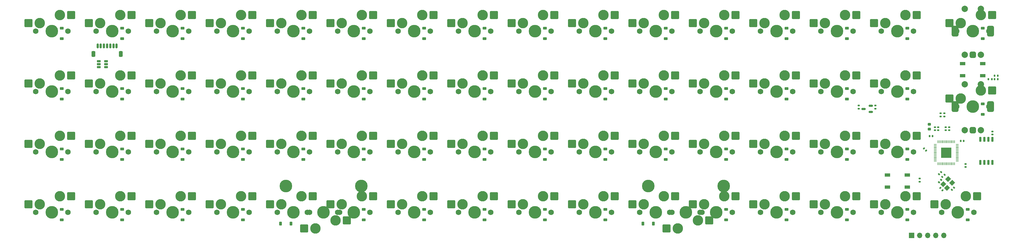
<source format=gbs>
G04 #@! TF.GenerationSoftware,KiCad,Pcbnew,8.0.2-1.fc39*
G04 #@! TF.CreationDate,2024-05-29T21:02:28-04:00*
G04 #@! TF.ProjectId,KeychronQ9OrthoIntegrated,4b657963-6872-46f6-9e51-394f7274686f,rev?*
G04 #@! TF.SameCoordinates,Original*
G04 #@! TF.FileFunction,Soldermask,Bot*
G04 #@! TF.FilePolarity,Negative*
%FSLAX46Y46*%
G04 Gerber Fmt 4.6, Leading zero omitted, Abs format (unit mm)*
G04 Created by KiCad (PCBNEW 8.0.2-1.fc39) date 2024-05-29 21:02:28*
%MOMM*%
%LPD*%
G01*
G04 APERTURE LIST*
G04 Aperture macros list*
%AMRoundRect*
0 Rectangle with rounded corners*
0 $1 Rounding radius*
0 $2 $3 $4 $5 $6 $7 $8 $9 X,Y pos of 4 corners*
0 Add a 4 corners polygon primitive as box body*
4,1,4,$2,$3,$4,$5,$6,$7,$8,$9,$2,$3,0*
0 Add four circle primitives for the rounded corners*
1,1,$1+$1,$2,$3*
1,1,$1+$1,$4,$5*
1,1,$1+$1,$6,$7*
1,1,$1+$1,$8,$9*
0 Add four rect primitives between the rounded corners*
20,1,$1+$1,$2,$3,$4,$5,0*
20,1,$1+$1,$4,$5,$6,$7,0*
20,1,$1+$1,$6,$7,$8,$9,0*
20,1,$1+$1,$8,$9,$2,$3,0*%
%AMRotRect*
0 Rectangle, with rotation*
0 The origin of the aperture is its center*
0 $1 length*
0 $2 width*
0 $3 Rotation angle, in degrees counterclockwise*
0 Add horizontal line*
21,1,$1,$2,0,0,$3*%
G04 Aperture macros list end*
%ADD10C,2.000000*%
%ADD11RoundRect,0.550000X0.550000X-1.150000X0.550000X1.150000X-0.550000X1.150000X-0.550000X-1.150000X0*%
%ADD12RoundRect,0.500000X0.500000X-0.500000X0.500000X0.500000X-0.500000X0.500000X-0.500000X-0.500000X0*%
%ADD13RoundRect,0.140000X0.170000X-0.140000X0.170000X0.140000X-0.170000X0.140000X-0.170000X-0.140000X0*%
%ADD14C,1.750000*%
%ADD15C,3.987800*%
%ADD16C,3.300000*%
%ADD17RoundRect,0.250000X1.025000X1.000000X-1.025000X1.000000X-1.025000X-1.000000X1.025000X-1.000000X0*%
%ADD18RoundRect,0.225000X0.375000X-0.225000X0.375000X0.225000X-0.375000X0.225000X-0.375000X-0.225000X0*%
%ADD19RoundRect,0.150000X0.475000X0.150000X-0.475000X0.150000X-0.475000X-0.150000X0.475000X-0.150000X0*%
%ADD20RoundRect,0.225000X-0.225000X-0.375000X0.225000X-0.375000X0.225000X0.375000X-0.225000X0.375000X0*%
%ADD21RoundRect,0.135000X-0.135000X-0.185000X0.135000X-0.185000X0.135000X0.185000X-0.135000X0.185000X0*%
%ADD22RoundRect,0.135000X-0.185000X0.135000X-0.185000X-0.135000X0.185000X-0.135000X0.185000X0.135000X0*%
%ADD23RoundRect,0.140000X0.021213X-0.219203X0.219203X-0.021213X-0.021213X0.219203X-0.219203X0.021213X0*%
%ADD24RoundRect,0.140000X-0.140000X-0.170000X0.140000X-0.170000X0.140000X0.170000X-0.140000X0.170000X0*%
%ADD25RoundRect,0.140000X-0.170000X0.140000X-0.170000X-0.140000X0.170000X-0.140000X0.170000X0.140000X0*%
%ADD26R,1.700000X1.000000*%
%ADD27RoundRect,0.050000X0.387500X0.050000X-0.387500X0.050000X-0.387500X-0.050000X0.387500X-0.050000X0*%
%ADD28RoundRect,0.050000X0.050000X0.387500X-0.050000X0.387500X-0.050000X-0.387500X0.050000X-0.387500X0*%
%ADD29R,3.200000X3.200000*%
%ADD30RoundRect,0.150000X0.512500X0.150000X-0.512500X0.150000X-0.512500X-0.150000X0.512500X-0.150000X0*%
%ADD31RoundRect,0.150000X-0.150000X-0.625000X0.150000X-0.625000X0.150000X0.625000X-0.150000X0.625000X0*%
%ADD32RoundRect,0.250000X-0.350000X-0.650000X0.350000X-0.650000X0.350000X0.650000X-0.350000X0.650000X0*%
%ADD33RoundRect,0.140000X-0.021213X0.219203X-0.219203X0.021213X0.021213X-0.219203X0.219203X-0.021213X0*%
%ADD34RoundRect,0.250000X-1.025000X-1.000000X1.025000X-1.000000X1.025000X1.000000X-1.025000X1.000000X0*%
%ADD35RoundRect,0.225000X-0.250000X0.225000X-0.250000X-0.225000X0.250000X-0.225000X0.250000X0.225000X0*%
%ADD36RotRect,1.400000X1.200000X45.000000*%
%ADD37RoundRect,0.150000X0.150000X-0.650000X0.150000X0.650000X-0.150000X0.650000X-0.150000X-0.650000X0*%
%ADD38RoundRect,0.140000X0.219203X0.021213X0.021213X0.219203X-0.219203X-0.021213X-0.021213X-0.219203X0*%
%ADD39R,1.700000X1.700000*%
%ADD40O,1.700000X1.700000*%
%ADD41RoundRect,0.140000X0.140000X0.170000X-0.140000X0.170000X-0.140000X-0.170000X0.140000X-0.170000X0*%
%ADD42RoundRect,0.135000X0.035355X-0.226274X0.226274X-0.035355X-0.035355X0.226274X-0.226274X0.035355X0*%
G04 APERTURE END LIST*
D10*
G04 #@! TO.C,SW2*
X313412501Y-42212500D03*
X318412499Y-42212500D03*
D11*
X321512500Y-49212500D03*
X310312500Y-49212500D03*
D12*
X315912500Y-56712500D03*
D10*
X318412500Y-56712500D03*
X313412500Y-56712500D03*
G04 #@! TD*
G04 #@! TO.C,SW1*
X313412501Y-18400000D03*
X318412499Y-18400000D03*
D11*
X321512500Y-25400000D03*
X310312500Y-25400000D03*
D12*
X315912500Y-32900000D03*
D10*
X318412500Y-32900000D03*
X313412500Y-32900000D03*
G04 #@! TD*
D13*
G04 #@! TO.C,C2*
X285154448Y-49884600D03*
X285154448Y-48924600D03*
G04 #@! TD*
D14*
G04 #@! TO.C,MX54*
X125730000Y-82550000D03*
D15*
X120650000Y-82550000D03*
D14*
X115570000Y-82550000D03*
D16*
X116840000Y-80010000D03*
D17*
X113290000Y-80010000D03*
X126740000Y-77470000D03*
D16*
X123190000Y-77470000D03*
G04 #@! TD*
D14*
G04 #@! TO.C,MX9*
X182880000Y-25400000D03*
D15*
X177800000Y-25400000D03*
D14*
X172720000Y-25400000D03*
D16*
X173990000Y-22860000D03*
D17*
X170440000Y-22860000D03*
X183890000Y-20320000D03*
D16*
X180340000Y-20320000D03*
G04 #@! TD*
D18*
G04 #@! TO.C,D6*
X123825000Y-27843750D03*
X123825000Y-24543750D03*
G04 #@! TD*
G04 #@! TO.C,D56*
X161925000Y-84993750D03*
X161925000Y-81693750D03*
G04 #@! TD*
D14*
G04 #@! TO.C,MX37*
X106680000Y-63500000D03*
D15*
X101600000Y-63500000D03*
D14*
X96520000Y-63500000D03*
D16*
X97790000Y-60960000D03*
D17*
X94240000Y-60960000D03*
X107690000Y-58420000D03*
D16*
X104140000Y-58420000D03*
G04 #@! TD*
D19*
G04 #@! TO.C,U2*
X42549184Y-34917548D03*
X42549183Y-35867548D03*
X42549184Y-36817548D03*
X40199184Y-36817548D03*
X40199185Y-35867548D03*
X40199184Y-34917548D03*
G04 #@! TD*
D18*
G04 #@! TO.C,D43*
X219075000Y-65943750D03*
X219075000Y-62643750D03*
G04 #@! TD*
D14*
G04 #@! TO.C,MX20*
X87630000Y-44450000D03*
D15*
X82550000Y-44450000D03*
D14*
X77470000Y-44450000D03*
D16*
X78740000Y-41910000D03*
D17*
X75190000Y-41910000D03*
X88640000Y-39370000D03*
D16*
X85090000Y-39370000D03*
G04 #@! TD*
D18*
G04 #@! TO.C,D1*
X28575000Y-27843750D03*
X28575000Y-24543750D03*
G04 #@! TD*
G04 #@! TO.C,D3*
X66675000Y-27843750D03*
X66675000Y-24543750D03*
G04 #@! TD*
G04 #@! TO.C,D17*
X28575000Y-46893750D03*
X28575000Y-43593750D03*
G04 #@! TD*
G04 #@! TO.C,D11*
X219075000Y-27843750D03*
X219075000Y-24543750D03*
G04 #@! TD*
G04 #@! TO.C,D45*
X257175000Y-65943750D03*
X257175000Y-62643750D03*
G04 #@! TD*
D14*
G04 #@! TO.C,MX49*
X49530000Y-82550000D03*
D15*
X44450000Y-82550000D03*
D14*
X39370000Y-82550000D03*
D16*
X40640000Y-80010000D03*
D17*
X37090000Y-80010000D03*
X50540000Y-77470000D03*
D16*
X46990000Y-77470000D03*
G04 #@! TD*
D18*
G04 #@! TO.C,D64*
X295275000Y-84993750D03*
X295275000Y-81693750D03*
G04 #@! TD*
D14*
G04 #@! TO.C,MX36*
X87630000Y-63500000D03*
D15*
X82550000Y-63500000D03*
D14*
X77470000Y-63500000D03*
D16*
X78740000Y-60960000D03*
D17*
X75190000Y-60960000D03*
X88640000Y-58420000D03*
D16*
X85090000Y-58420000D03*
G04 #@! TD*
D18*
G04 #@! TO.C,D65*
X314325000Y-84993750D03*
X314325000Y-81693750D03*
G04 #@! TD*
D13*
G04 #@! TO.C,C1*
X279945468Y-49884600D03*
X279945468Y-48924600D03*
G04 #@! TD*
D14*
G04 #@! TO.C,MX16*
X320992500Y-25400000D03*
D15*
X315912500Y-25400000D03*
D14*
X310832500Y-25400000D03*
D16*
X312102500Y-22860000D03*
D17*
X308552500Y-22860000D03*
X322002500Y-20320000D03*
D16*
X318452500Y-20320000D03*
G04 #@! TD*
D18*
G04 #@! TO.C,D27*
X219075000Y-46893750D03*
X219075000Y-43593750D03*
G04 #@! TD*
D20*
G04 #@! TO.C,D59*
X211868750Y-86121875D03*
X215168750Y-86121875D03*
G04 #@! TD*
D14*
G04 #@! TO.C,MX5*
X106680000Y-25400000D03*
D15*
X101600000Y-25400000D03*
D14*
X96520000Y-25400000D03*
D16*
X97790000Y-22860000D03*
D17*
X94240000Y-22860000D03*
X107690000Y-20320000D03*
D16*
X104140000Y-20320000D03*
G04 #@! TD*
D21*
G04 #@! TO.C,R4*
X322800277Y-40574184D03*
X323820275Y-40574184D03*
G04 #@! TD*
D14*
G04 #@! TO.C,MX35*
X68580000Y-63500000D03*
D15*
X63500000Y-63500000D03*
D14*
X58420000Y-63500000D03*
D16*
X59690000Y-60960000D03*
D17*
X56140000Y-60960000D03*
X69590000Y-58420000D03*
D16*
X66040000Y-58420000D03*
G04 #@! TD*
D18*
G04 #@! TO.C,D44*
X238125000Y-65943750D03*
X238125000Y-62643750D03*
G04 #@! TD*
G04 #@! TO.C,D51*
X85725000Y-84993750D03*
X85725000Y-81693750D03*
G04 #@! TD*
G04 #@! TO.C,D22*
X123825000Y-46893750D03*
X123825000Y-43593750D03*
G04 #@! TD*
D14*
G04 #@! TO.C,MX59*
X220980000Y-82550000D03*
D15*
X215900000Y-82550000D03*
D14*
X210820000Y-82550000D03*
D16*
X212090000Y-80010000D03*
D17*
X208540000Y-80010000D03*
X221990000Y-77470000D03*
D16*
X218440000Y-77470000D03*
G04 #@! TD*
D14*
G04 #@! TO.C,MX30*
X278130000Y-44450000D03*
D15*
X273050000Y-44450000D03*
D14*
X267970000Y-44450000D03*
D16*
X269240000Y-41910000D03*
D17*
X265690000Y-41910000D03*
X279140000Y-39370000D03*
D16*
X275590000Y-39370000D03*
G04 #@! TD*
D14*
G04 #@! TO.C,MX44*
X240030000Y-63500000D03*
D15*
X234950000Y-63500000D03*
D14*
X229870000Y-63500000D03*
D16*
X231140000Y-60960000D03*
D17*
X227590000Y-60960000D03*
X241040000Y-58420000D03*
D16*
X237490000Y-58420000D03*
G04 #@! TD*
D22*
G04 #@! TO.C,R8*
X305748572Y-51375113D03*
X305748572Y-52395111D03*
G04 #@! TD*
D18*
G04 #@! TO.C,D13*
X257175000Y-27843750D03*
X257175000Y-24543750D03*
G04 #@! TD*
D14*
G04 #@! TO.C,MX50*
X68580000Y-82550000D03*
D15*
X63500000Y-82550000D03*
D14*
X58420000Y-82550000D03*
D16*
X59690000Y-80010000D03*
D17*
X56140000Y-80010000D03*
X69590000Y-77470000D03*
D16*
X66040000Y-77470000D03*
G04 #@! TD*
D18*
G04 #@! TO.C,D15*
X295275000Y-27843750D03*
X295275000Y-24543750D03*
G04 #@! TD*
D23*
G04 #@! TO.C,C10*
X309278689Y-75453148D03*
X309957511Y-74774326D03*
G04 #@! TD*
D14*
G04 #@! TO.C,MX56*
X163830000Y-82550000D03*
D15*
X158750000Y-82550000D03*
D14*
X153670000Y-82550000D03*
D16*
X154940000Y-80010000D03*
D17*
X151390000Y-80010000D03*
X164840000Y-77470000D03*
D16*
X161290000Y-77470000D03*
G04 #@! TD*
D18*
G04 #@! TO.C,D31*
X295275000Y-46893750D03*
X295275000Y-43593750D03*
G04 #@! TD*
G04 #@! TO.C,D41*
X180975000Y-65943750D03*
X180975000Y-62643750D03*
G04 #@! TD*
D14*
G04 #@! TO.C,MX47*
X297180000Y-63500000D03*
D15*
X292100000Y-63500000D03*
D14*
X287020000Y-63500000D03*
D16*
X288290000Y-60960000D03*
D17*
X284740000Y-60960000D03*
X298190000Y-58420000D03*
D16*
X294640000Y-58420000D03*
G04 #@! TD*
D22*
G04 #@! TO.C,R7*
X306939196Y-51375113D03*
X306939196Y-52395111D03*
G04 #@! TD*
D18*
G04 #@! TO.C,D62*
X257175000Y-84993750D03*
X257175000Y-81693750D03*
G04 #@! TD*
D24*
G04 #@! TO.C,C7*
X312114660Y-60070652D03*
X313074660Y-60070652D03*
G04 #@! TD*
D18*
G04 #@! TO.C,D29*
X257175000Y-46893750D03*
X257175000Y-43593750D03*
G04 #@! TD*
D14*
G04 #@! TO.C,MX42*
X201930000Y-63500000D03*
D15*
X196850000Y-63500000D03*
D14*
X191770000Y-63500000D03*
D16*
X193040000Y-60960000D03*
D17*
X189490000Y-60960000D03*
X202940000Y-58420000D03*
D16*
X199390000Y-58420000D03*
G04 #@! TD*
D14*
G04 #@! TO.C,MX1*
X30480000Y-25400000D03*
D15*
X25400000Y-25400000D03*
D14*
X20320000Y-25400000D03*
D16*
X21590000Y-22860000D03*
D17*
X18040000Y-22860000D03*
X31490000Y-20320000D03*
D16*
X27940000Y-20320000D03*
G04 #@! TD*
D18*
G04 #@! TO.C,D19*
X66675000Y-46893750D03*
X66675000Y-43593750D03*
G04 #@! TD*
D14*
G04 #@! TO.C,MX65*
X316230000Y-82550000D03*
D15*
X311150000Y-82550000D03*
D14*
X306070000Y-82550000D03*
D16*
X307340000Y-80010000D03*
D17*
X303790000Y-80010000D03*
X317240000Y-77470000D03*
D16*
X313690000Y-77470000D03*
G04 #@! TD*
D14*
G04 #@! TO.C,MX40*
X163830000Y-63500000D03*
D15*
X158750000Y-63500000D03*
D14*
X153670000Y-63500000D03*
D16*
X154940000Y-60960000D03*
D17*
X151390000Y-60960000D03*
X164840000Y-58420000D03*
D16*
X161290000Y-58420000D03*
G04 #@! TD*
D18*
G04 #@! TO.C,D30*
X276225000Y-46893750D03*
X276225000Y-43593750D03*
G04 #@! TD*
D25*
G04 #@! TO.C,C8*
X313636456Y-67329708D03*
X313636456Y-68289708D03*
G04 #@! TD*
D18*
G04 #@! TO.C,D12*
X238125000Y-27843750D03*
X238125000Y-24543750D03*
G04 #@! TD*
D13*
G04 #@! TO.C,C3*
X305004432Y-56681124D03*
X305004432Y-55721124D03*
G04 #@! TD*
D18*
G04 #@! TO.C,D7*
X142875000Y-27843750D03*
X142875000Y-24543750D03*
G04 #@! TD*
D14*
G04 #@! TO.C,MX28*
X240030000Y-44450000D03*
D15*
X234950000Y-44450000D03*
D14*
X229870000Y-44450000D03*
D16*
X231140000Y-41910000D03*
D17*
X227590000Y-41910000D03*
X241040000Y-39370000D03*
D16*
X237490000Y-39370000D03*
G04 #@! TD*
D18*
G04 #@! TO.C,D55*
X142875000Y-84993750D03*
X142875000Y-81693750D03*
G04 #@! TD*
G04 #@! TO.C,D38*
X123825000Y-65943750D03*
X123825000Y-62643750D03*
G04 #@! TD*
D14*
G04 #@! TO.C,MX63*
X278130000Y-82550000D03*
D15*
X273050000Y-82550000D03*
D14*
X267970000Y-82550000D03*
D16*
X269240000Y-80010000D03*
D17*
X265690000Y-80010000D03*
X279140000Y-77470000D03*
D16*
X275590000Y-77470000D03*
G04 #@! TD*
D18*
G04 #@! TO.C,D23*
X142875000Y-46893750D03*
X142875000Y-43593750D03*
G04 #@! TD*
G04 #@! TO.C,D18*
X47625000Y-46893750D03*
X47625000Y-43593750D03*
G04 #@! TD*
D21*
G04 #@! TO.C,R6*
X322800277Y-39532388D03*
X323820275Y-39532388D03*
G04 #@! TD*
D14*
G04 #@! TO.C,MX19*
X68580000Y-44450000D03*
D15*
X63500000Y-44450000D03*
D14*
X58420000Y-44450000D03*
D16*
X59690000Y-41910000D03*
D17*
X56140000Y-41910000D03*
X69590000Y-39370000D03*
D16*
X66040000Y-39370000D03*
G04 #@! TD*
D26*
G04 #@! TO.C,RST1*
X295250000Y-70821032D03*
X288950000Y-70821032D03*
X295250000Y-74621032D03*
X288950000Y-74621032D03*
G04 #@! TD*
D14*
G04 #@! TO.C,MX51*
X87630000Y-82550000D03*
D15*
X82550000Y-82550000D03*
D14*
X77470000Y-82550000D03*
D16*
X78740000Y-80010000D03*
D17*
X75190000Y-80010000D03*
X88640000Y-77470000D03*
D16*
X85090000Y-77470000D03*
G04 #@! TD*
D27*
G04 #@! TO.C,U3*
X310972008Y-61191352D03*
X310972008Y-61591353D03*
X310972008Y-61991352D03*
X310972008Y-62391352D03*
X310972008Y-62791352D03*
X310972008Y-63191351D03*
X310972008Y-63591352D03*
X310972008Y-63991352D03*
X310972008Y-64391353D03*
X310972008Y-64791352D03*
X310972008Y-65191352D03*
X310972008Y-65591352D03*
X310972008Y-65991351D03*
X310972008Y-66391352D03*
D28*
X310134508Y-67228852D03*
X309734507Y-67228852D03*
X309334508Y-67228852D03*
X308934508Y-67228852D03*
X308534508Y-67228852D03*
X308134509Y-67228852D03*
X307734508Y-67228852D03*
X307334508Y-67228852D03*
X306934507Y-67228852D03*
X306534508Y-67228852D03*
X306134508Y-67228852D03*
X305734508Y-67228852D03*
X305334509Y-67228852D03*
X304934508Y-67228852D03*
D27*
X304097008Y-66391352D03*
X304097008Y-65991351D03*
X304097008Y-65591352D03*
X304097008Y-65191352D03*
X304097008Y-64791352D03*
X304097008Y-64391353D03*
X304097008Y-63991352D03*
X304097008Y-63591352D03*
X304097008Y-63191351D03*
X304097008Y-62791352D03*
X304097008Y-62391352D03*
X304097008Y-61991352D03*
X304097008Y-61591353D03*
X304097008Y-61191352D03*
D28*
X304934508Y-60353852D03*
X305334509Y-60353852D03*
X305734508Y-60353852D03*
X306134508Y-60353852D03*
X306534508Y-60353852D03*
X306934507Y-60353852D03*
X307334508Y-60353852D03*
X307734508Y-60353852D03*
X308134509Y-60353852D03*
X308534508Y-60353852D03*
X308934508Y-60353852D03*
X309334508Y-60353852D03*
X309734507Y-60353852D03*
X310134508Y-60353852D03*
D29*
X307534508Y-63791352D03*
G04 #@! TD*
D18*
G04 #@! TO.C,D21*
X104775000Y-46893750D03*
X104775000Y-43593750D03*
G04 #@! TD*
G04 #@! TO.C,D49*
X47625000Y-84993750D03*
X47625000Y-81693750D03*
G04 #@! TD*
D15*
G04 #@! TO.C,S2*
X213518750Y-74295000D03*
X237331250Y-74295000D03*
G04 #@! TD*
D30*
G04 #@! TO.C,U1*
X283712500Y-49000349D03*
X283712500Y-50900347D03*
X281437500Y-49950348D03*
G04 #@! TD*
D20*
G04 #@! TO.C,D52*
X97568750Y-86121875D03*
X100868750Y-86121875D03*
G04 #@! TD*
D14*
G04 #@! TO.C,MX31*
X297180000Y-44450000D03*
D15*
X292100000Y-44450000D03*
D14*
X287020000Y-44450000D03*
D16*
X288290000Y-41910000D03*
D17*
X284740000Y-41910000D03*
X298190000Y-39370000D03*
D16*
X294640000Y-39370000D03*
G04 #@! TD*
D18*
G04 #@! TO.C,D4*
X85725000Y-27843750D03*
X85725000Y-24543750D03*
G04 #@! TD*
D14*
G04 #@! TO.C,MX10*
X201930000Y-25400000D03*
D15*
X196850000Y-25400000D03*
D14*
X191770000Y-25400000D03*
D16*
X193040000Y-22860000D03*
D17*
X189490000Y-22860000D03*
X202940000Y-20320000D03*
D16*
X199390000Y-20320000D03*
G04 #@! TD*
D18*
G04 #@! TO.C,D50*
X66675000Y-84993750D03*
X66675000Y-81693750D03*
G04 #@! TD*
D14*
G04 #@! TO.C,MX12*
X240030000Y-25400000D03*
D15*
X234950000Y-25400000D03*
D14*
X229870000Y-25400000D03*
D16*
X231140000Y-22860000D03*
D17*
X227590000Y-22860000D03*
X241040000Y-20320000D03*
D16*
X237490000Y-20320000D03*
G04 #@! TD*
D14*
G04 #@! TO.C,MX23*
X144780000Y-44450000D03*
D15*
X139700000Y-44450000D03*
D14*
X134620000Y-44450000D03*
D16*
X135890000Y-41910000D03*
D17*
X132340000Y-41910000D03*
X145790000Y-39370000D03*
D16*
X142240000Y-39370000D03*
G04 #@! TD*
D14*
G04 #@! TO.C,MX17*
X30480000Y-44450000D03*
D15*
X25400000Y-44450000D03*
D14*
X20320000Y-44450000D03*
D16*
X21590000Y-41910000D03*
D17*
X18040000Y-41910000D03*
X31490000Y-39370000D03*
D16*
X27940000Y-39370000D03*
G04 #@! TD*
D31*
G04 #@! TO.C,J1*
X39862464Y-30077708D03*
X40862464Y-30077708D03*
X41862464Y-30077708D03*
X42862464Y-30077709D03*
X43862464Y-30077708D03*
X44862464Y-30077708D03*
X45862464Y-30077708D03*
D32*
X38562464Y-32602708D03*
X47162464Y-32602708D03*
G04 #@! TD*
D14*
G04 #@! TO.C,MX24*
X163830000Y-44450000D03*
D15*
X158750000Y-44450000D03*
D14*
X153670000Y-44450000D03*
D16*
X154940000Y-41910000D03*
D17*
X151390000Y-41910000D03*
X164840000Y-39370000D03*
D16*
X161290000Y-39370000D03*
G04 #@! TD*
D18*
G04 #@! TO.C,D61*
X238125000Y-84993750D03*
X238125000Y-81693750D03*
G04 #@! TD*
G04 #@! TO.C,D35*
X66675000Y-65943750D03*
X66675000Y-62643750D03*
G04 #@! TD*
D33*
G04 #@! TO.C,C13*
X306302129Y-71434792D03*
X306980951Y-70755970D03*
G04 #@! TD*
D18*
G04 #@! TO.C,D32*
X319087500Y-51656250D03*
X319087500Y-48356250D03*
G04 #@! TD*
D14*
G04 #@! TO.C,MX27*
X220980000Y-44450000D03*
D15*
X215900000Y-44450000D03*
D14*
X210820000Y-44450000D03*
D16*
X212090000Y-41910000D03*
D17*
X208540000Y-41910000D03*
X221990000Y-39370000D03*
D16*
X218440000Y-39370000D03*
G04 #@! TD*
D14*
G04 #@! TO.C,MX26*
X201930000Y-44450000D03*
D15*
X196850000Y-44450000D03*
D14*
X191770000Y-44450000D03*
D16*
X193040000Y-41910000D03*
D17*
X189490000Y-41910000D03*
X202940000Y-39370000D03*
D16*
X199390000Y-39370000D03*
G04 #@! TD*
D18*
G04 #@! TO.C,D48*
X28575000Y-84993750D03*
X28575000Y-81693750D03*
G04 #@! TD*
G04 #@! TO.C,D26*
X200025000Y-46893750D03*
X200025000Y-43593750D03*
G04 #@! TD*
D14*
G04 #@! TO.C,MX13*
X259080000Y-25400000D03*
D15*
X254000000Y-25400000D03*
D14*
X248920000Y-25400000D03*
D16*
X250190000Y-22860000D03*
D17*
X246640000Y-22860000D03*
X260090000Y-20320000D03*
D16*
X256540000Y-20320000D03*
G04 #@! TD*
D14*
G04 #@! TO.C,MX53*
X106045000Y-82550000D03*
D15*
X111125000Y-82550000D03*
D14*
X116205000Y-82550000D03*
D16*
X114935000Y-85090000D03*
D34*
X118485000Y-85090000D03*
X105035000Y-87630000D03*
D16*
X108585000Y-87630000D03*
G04 #@! TD*
D35*
G04 #@! TO.C,C5*
X302176700Y-54830812D03*
X302176700Y-56380812D03*
G04 #@! TD*
D18*
G04 #@! TO.C,D39*
X142875000Y-65943750D03*
X142875000Y-62643750D03*
G04 #@! TD*
D36*
G04 #@! TO.C,Y1*
X307804215Y-74855487D03*
X309359850Y-73299852D03*
X308157769Y-72097771D03*
X306602134Y-73653406D03*
G04 #@! TD*
D14*
G04 #@! TO.C,MX62*
X259080000Y-82550000D03*
D15*
X254000000Y-82550000D03*
D14*
X248920000Y-82550000D03*
D16*
X250190000Y-80010000D03*
D17*
X246640000Y-80010000D03*
X260090000Y-77470000D03*
D16*
X256540000Y-77470000D03*
G04 #@! TD*
D13*
G04 #@! TO.C,C16*
X308427476Y-56681124D03*
X308427476Y-55721124D03*
G04 #@! TD*
D14*
G04 #@! TO.C,MX4*
X87630000Y-25400000D03*
D15*
X82550000Y-25400000D03*
D14*
X77470000Y-25400000D03*
D16*
X78740000Y-22860000D03*
D17*
X75190000Y-22860000D03*
X88640000Y-20320000D03*
D16*
X85090000Y-20320000D03*
G04 #@! TD*
D14*
G04 #@! TO.C,MX43*
X220980000Y-63500000D03*
D15*
X215900000Y-63500000D03*
D14*
X210820000Y-63500000D03*
D16*
X212090000Y-60960000D03*
D17*
X208540000Y-60960000D03*
X221990000Y-58420000D03*
D16*
X218440000Y-58420000D03*
G04 #@! TD*
D14*
G04 #@! TO.C,MX52*
X106680000Y-82550000D03*
D15*
X101600000Y-82550000D03*
D14*
X96520000Y-82550000D03*
D16*
X97790000Y-80010000D03*
D17*
X94240000Y-80010000D03*
X107690000Y-77470000D03*
D16*
X104140000Y-77470000D03*
G04 #@! TD*
D14*
G04 #@! TO.C,MX41*
X182880000Y-63500000D03*
D15*
X177800000Y-63500000D03*
D14*
X172720000Y-63500000D03*
D16*
X173990000Y-60960000D03*
D17*
X170440000Y-60960000D03*
X183890000Y-58420000D03*
D16*
X180340000Y-58420000D03*
G04 #@! TD*
D18*
G04 #@! TO.C,D9*
X180975000Y-27843750D03*
X180975000Y-24543750D03*
G04 #@! TD*
D14*
G04 #@! TO.C,MX15*
X297180000Y-25400000D03*
D15*
X292100000Y-25400000D03*
D14*
X287020000Y-25400000D03*
D16*
X288290000Y-22860000D03*
D17*
X284740000Y-22860000D03*
X298190000Y-20320000D03*
D16*
X294640000Y-20320000D03*
G04 #@! TD*
D13*
G04 #@! TO.C,C11*
X322119652Y-57060576D03*
X322119652Y-58020576D03*
G04 #@! TD*
D14*
G04 #@! TO.C,MX57*
X182880000Y-82550000D03*
D15*
X177800000Y-82550000D03*
D14*
X172720000Y-82550000D03*
D16*
X173990000Y-80010000D03*
D17*
X170440000Y-80010000D03*
X183890000Y-77470000D03*
D16*
X180340000Y-77470000D03*
G04 #@! TD*
D18*
G04 #@! TO.C,D58*
X200025000Y-84993750D03*
X200025000Y-81693750D03*
G04 #@! TD*
D14*
G04 #@! TO.C,MX38*
X125730000Y-63500000D03*
D15*
X120650000Y-63500000D03*
D14*
X115570000Y-63500000D03*
D16*
X116840000Y-60960000D03*
D17*
X113290000Y-60960000D03*
X126740000Y-58420000D03*
D16*
X123190000Y-58420000D03*
G04 #@! TD*
D18*
G04 #@! TO.C,D37*
X104775000Y-65943750D03*
X104775000Y-62643750D03*
G04 #@! TD*
G04 #@! TO.C,D40*
X161925000Y-65943750D03*
X161925000Y-62643750D03*
G04 #@! TD*
D14*
G04 #@! TO.C,MX14*
X278130000Y-25400000D03*
D15*
X273050000Y-25400000D03*
D14*
X267970000Y-25400000D03*
D16*
X269240000Y-22860000D03*
D17*
X265690000Y-22860000D03*
X279140000Y-20320000D03*
D16*
X275590000Y-20320000D03*
G04 #@! TD*
D21*
G04 #@! TO.C,R3*
X320865513Y-40574184D03*
X321885511Y-40574184D03*
G04 #@! TD*
D14*
G04 #@! TO.C,MX11*
X220980000Y-25400000D03*
D15*
X215900000Y-25400000D03*
D14*
X210820000Y-25400000D03*
D16*
X212090000Y-22860000D03*
D17*
X208540000Y-22860000D03*
X221990000Y-20320000D03*
D16*
X218440000Y-20320000D03*
G04 #@! TD*
D37*
G04 #@! TO.C,U4*
X322089888Y-59596040D03*
X320819888Y-59596040D03*
X319549888Y-59596040D03*
X318279888Y-59596040D03*
X318279888Y-66796040D03*
X319549888Y-66796040D03*
X320819888Y-66796040D03*
X322089888Y-66796040D03*
G04 #@! TD*
D14*
G04 #@! TO.C,MX48*
X30480000Y-82550000D03*
D15*
X25400000Y-82550000D03*
D14*
X20320000Y-82550000D03*
D16*
X21590000Y-80010000D03*
D17*
X18040000Y-80010000D03*
X31490000Y-77470000D03*
D16*
X27940000Y-77470000D03*
G04 #@! TD*
D18*
G04 #@! TO.C,D42*
X200025000Y-65943750D03*
X200025000Y-62643750D03*
G04 #@! TD*
G04 #@! TO.C,D14*
X276225000Y-27843750D03*
X276225000Y-24543750D03*
G04 #@! TD*
D14*
G04 #@! TO.C,MX21*
X106680000Y-44450000D03*
D15*
X101600000Y-44450000D03*
D14*
X96520000Y-44450000D03*
D16*
X97790000Y-41910000D03*
D17*
X94240000Y-41910000D03*
X107690000Y-39370000D03*
D16*
X104140000Y-39370000D03*
G04 #@! TD*
D14*
G04 #@! TO.C,MX25*
X182880000Y-44450000D03*
D15*
X177800000Y-44450000D03*
D14*
X172720000Y-44450000D03*
D16*
X173990000Y-41910000D03*
D17*
X170440000Y-41910000D03*
X183890000Y-39370000D03*
D16*
X180340000Y-39370000D03*
G04 #@! TD*
D18*
G04 #@! TO.C,D28*
X238125000Y-46893750D03*
X238125000Y-43593750D03*
G04 #@! TD*
G04 #@! TO.C,D10*
X200025000Y-27843750D03*
X200025000Y-24543750D03*
G04 #@! TD*
D14*
G04 #@! TO.C,MX32*
X320992500Y-49212500D03*
D15*
X315912500Y-49212500D03*
D14*
X310832500Y-49212500D03*
D16*
X312102500Y-46672500D03*
D17*
X308552500Y-46672500D03*
X322002500Y-44132500D03*
D16*
X318452500Y-44132500D03*
G04 #@! TD*
D38*
G04 #@! TO.C,C12*
X306385639Y-75601976D03*
X305706817Y-74923154D03*
G04 #@! TD*
D14*
G04 #@! TO.C,MX22*
X125730000Y-44450000D03*
D15*
X120650000Y-44450000D03*
D14*
X115570000Y-44450000D03*
D16*
X116840000Y-41910000D03*
D17*
X113290000Y-41910000D03*
X126740000Y-39370000D03*
D16*
X123190000Y-39370000D03*
G04 #@! TD*
D18*
G04 #@! TO.C,D54*
X123825000Y-84993750D03*
X123825000Y-81693750D03*
G04 #@! TD*
G04 #@! TO.C,D16*
X319087500Y-27843750D03*
X319087500Y-24543750D03*
G04 #@! TD*
D14*
G04 #@! TO.C,MX46*
X278130000Y-63500000D03*
D15*
X273050000Y-63500000D03*
D14*
X267970000Y-63500000D03*
D16*
X269240000Y-60960000D03*
D17*
X265690000Y-60960000D03*
X279140000Y-58420000D03*
D16*
X275590000Y-58420000D03*
G04 #@! TD*
D18*
G04 #@! TO.C,D36*
X85725000Y-65943750D03*
X85725000Y-62643750D03*
G04 #@! TD*
G04 #@! TO.C,D33*
X28575000Y-65943750D03*
X28575000Y-62643750D03*
G04 #@! TD*
D14*
G04 #@! TO.C,MX39*
X144780000Y-63500000D03*
D15*
X139700000Y-63500000D03*
D14*
X134620000Y-63500000D03*
D16*
X135890000Y-60960000D03*
D17*
X132340000Y-60960000D03*
X145790000Y-58420000D03*
D16*
X142240000Y-58420000D03*
G04 #@! TD*
D18*
G04 #@! TO.C,D63*
X276225000Y-84993750D03*
X276225000Y-81693750D03*
G04 #@! TD*
D26*
G04 #@! TO.C,BOOT1*
X319018876Y-35697624D03*
X312718876Y-35697624D03*
X319018876Y-39497624D03*
X312718876Y-39497624D03*
G04 #@! TD*
D33*
G04 #@! TO.C,C4*
X305260333Y-70530367D03*
X305939155Y-69851545D03*
G04 #@! TD*
D14*
G04 #@! TO.C,MX29*
X259080000Y-44450000D03*
D15*
X254000000Y-44450000D03*
D14*
X248920000Y-44450000D03*
D16*
X250190000Y-41910000D03*
D17*
X246640000Y-41910000D03*
X260090000Y-39370000D03*
D16*
X256540000Y-39370000D03*
G04 #@! TD*
D14*
G04 #@! TO.C,MX61*
X240030000Y-82550000D03*
D15*
X234950000Y-82550000D03*
D14*
X229870000Y-82550000D03*
D16*
X231140000Y-80010000D03*
D17*
X227590000Y-80010000D03*
X241040000Y-77470000D03*
D16*
X237490000Y-77470000D03*
G04 #@! TD*
D14*
G04 #@! TO.C,MX33*
X30480000Y-63500000D03*
D15*
X25400000Y-63500000D03*
D14*
X20320000Y-63500000D03*
D16*
X21590000Y-60960000D03*
D17*
X18040000Y-60960000D03*
X31490000Y-58420000D03*
D16*
X27940000Y-58420000D03*
G04 #@! TD*
D18*
G04 #@! TO.C,D2*
X47625000Y-27843750D03*
X47625000Y-24543750D03*
G04 #@! TD*
D14*
G04 #@! TO.C,MX34*
X49530000Y-63500000D03*
D15*
X44450000Y-63500000D03*
D14*
X39370000Y-63500000D03*
D16*
X40640000Y-60960000D03*
D17*
X37090000Y-60960000D03*
X50540000Y-58420000D03*
D16*
X46990000Y-58420000D03*
G04 #@! TD*
D13*
G04 #@! TO.C,C14*
X303962636Y-56681124D03*
X303962636Y-55721124D03*
G04 #@! TD*
D15*
G04 #@! TO.C,S1*
X99218750Y-74295000D03*
X123031250Y-74295000D03*
G04 #@! TD*
D18*
G04 #@! TO.C,D46*
X276225000Y-65943750D03*
X276225000Y-62643750D03*
G04 #@! TD*
G04 #@! TO.C,D25*
X180975000Y-46893750D03*
X180975000Y-43593750D03*
G04 #@! TD*
G04 #@! TO.C,D47*
X295275000Y-65943750D03*
X295275000Y-62643750D03*
G04 #@! TD*
D39*
G04 #@! TO.C,J3*
X296584432Y-89892112D03*
D40*
X299124432Y-89892112D03*
X301664431Y-89892112D03*
X304204432Y-89892112D03*
X306744432Y-89892112D03*
G04 #@! TD*
D14*
G04 #@! TO.C,MX45*
X259080000Y-63500000D03*
D15*
X254000000Y-63500000D03*
D14*
X248920000Y-63500000D03*
D16*
X250190000Y-60960000D03*
D17*
X246640000Y-60960000D03*
X260090000Y-58420000D03*
D16*
X256540000Y-58420000D03*
G04 #@! TD*
D18*
G04 #@! TO.C,D57*
X180975000Y-84993750D03*
X180975000Y-81693750D03*
G04 #@! TD*
D22*
G04 #@! TO.C,R5*
X299144280Y-71954385D03*
X299144280Y-72974383D03*
G04 #@! TD*
D14*
G04 #@! TO.C,MX64*
X297180000Y-82550000D03*
D15*
X292100000Y-82550000D03*
D14*
X287020000Y-82550000D03*
D16*
X288290000Y-80010000D03*
D17*
X284740000Y-80010000D03*
X298190000Y-77470000D03*
D16*
X294640000Y-77470000D03*
G04 #@! TD*
D14*
G04 #@! TO.C,MX18*
X49530000Y-44450000D03*
D15*
X44450000Y-44450000D03*
D14*
X39370000Y-44450000D03*
D16*
X40640000Y-41910000D03*
D17*
X37090000Y-41910000D03*
X50540000Y-39370000D03*
D16*
X46990000Y-39370000D03*
G04 #@! TD*
D18*
G04 #@! TO.C,D8*
X161925000Y-27843750D03*
X161925000Y-24543750D03*
G04 #@! TD*
D38*
G04 #@! TO.C,C9*
X301176659Y-63088967D03*
X300497837Y-62410145D03*
G04 #@! TD*
D13*
G04 #@! TO.C,C15*
X307385680Y-56681124D03*
X307385680Y-55721124D03*
G04 #@! TD*
D18*
G04 #@! TO.C,D24*
X161925000Y-46893750D03*
X161925000Y-43593750D03*
G04 #@! TD*
D14*
G04 #@! TO.C,MX55*
X144780000Y-82550000D03*
D15*
X139700000Y-82550000D03*
D14*
X134620000Y-82550000D03*
D16*
X135890000Y-80010000D03*
D17*
X132340000Y-80010000D03*
X145790000Y-77470000D03*
D16*
X142240000Y-77470000D03*
G04 #@! TD*
D14*
G04 #@! TO.C,MX60*
X220345000Y-82550000D03*
D15*
X225425000Y-82550000D03*
D14*
X230505000Y-82550000D03*
D16*
X229235000Y-85090000D03*
D34*
X232785000Y-85090000D03*
X219335000Y-87630000D03*
D16*
X222885000Y-87630000D03*
G04 #@! TD*
D41*
G04 #@! TO.C,C6*
X303252012Y-58582372D03*
X302292012Y-58582372D03*
G04 #@! TD*
D18*
G04 #@! TO.C,D34*
X47625000Y-65943750D03*
X47625000Y-62643750D03*
G04 #@! TD*
D14*
G04 #@! TO.C,MX2*
X49530000Y-25400000D03*
D15*
X44450000Y-25400000D03*
D14*
X39370000Y-25400000D03*
D16*
X40640000Y-22860000D03*
D17*
X37090000Y-22860000D03*
X50540000Y-20320000D03*
D16*
X46990000Y-20320000D03*
G04 #@! TD*
D14*
G04 #@! TO.C,MX58*
X201930000Y-82550000D03*
D15*
X196850000Y-82550000D03*
D14*
X191770000Y-82550000D03*
D16*
X193040000Y-80010000D03*
D17*
X189490000Y-80010000D03*
X202940000Y-77470000D03*
D16*
X199390000Y-77470000D03*
G04 #@! TD*
D14*
G04 #@! TO.C,MX6*
X125730000Y-25400000D03*
D15*
X120650000Y-25400000D03*
D14*
X115570000Y-25400000D03*
D16*
X116840000Y-22860000D03*
D17*
X113290000Y-22860000D03*
X126740000Y-20320000D03*
D16*
X123190000Y-20320000D03*
G04 #@! TD*
D18*
G04 #@! TO.C,D20*
X85725000Y-46893750D03*
X85725000Y-43593750D03*
G04 #@! TD*
D14*
G04 #@! TO.C,MX8*
X163830000Y-25400000D03*
D15*
X158750000Y-25400000D03*
D14*
X153670000Y-25400000D03*
D16*
X154940000Y-22860000D03*
D17*
X151390000Y-22860000D03*
X164840000Y-20320000D03*
D16*
X161290000Y-20320000D03*
G04 #@! TD*
D42*
G04 #@! TO.C,R9*
X305960368Y-72371865D03*
X305239120Y-73093113D03*
G04 #@! TD*
D14*
G04 #@! TO.C,MX7*
X144780000Y-25400000D03*
D15*
X139700000Y-25400000D03*
D14*
X134620000Y-25400000D03*
D16*
X135890000Y-22860000D03*
D17*
X132340000Y-22860000D03*
X145790000Y-20320000D03*
D16*
X142240000Y-20320000D03*
G04 #@! TD*
D14*
G04 #@! TO.C,MX3*
X68580000Y-25400000D03*
D15*
X63500000Y-25400000D03*
D14*
X58420000Y-25400000D03*
D16*
X59690000Y-22860000D03*
D17*
X56140000Y-22860000D03*
X69590000Y-20320000D03*
D16*
X66040000Y-20320000D03*
G04 #@! TD*
D18*
G04 #@! TO.C,D5*
X104775000Y-27843750D03*
X104775000Y-24543750D03*
G04 #@! TD*
M02*

</source>
